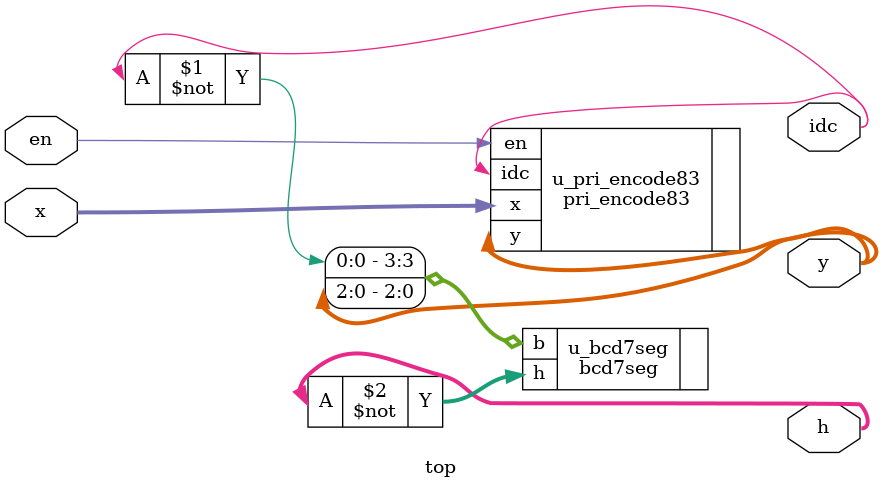
<source format=v>
module top (
        input  [7:0] x,
        input  en,
        output reg [6:0] h,
        output idc,
        output reg [2:0] y
    );

    pri_encode83 u_pri_encode83(
                     .x   (x  ),
                     .en  (en ),
                     .idc (idc),
                     .y   (y  )
                 );
    bcd7seg u_bcd7seg(
                .b({~idc, y}),
                .h(~h)
            );


endmodule //top

</source>
